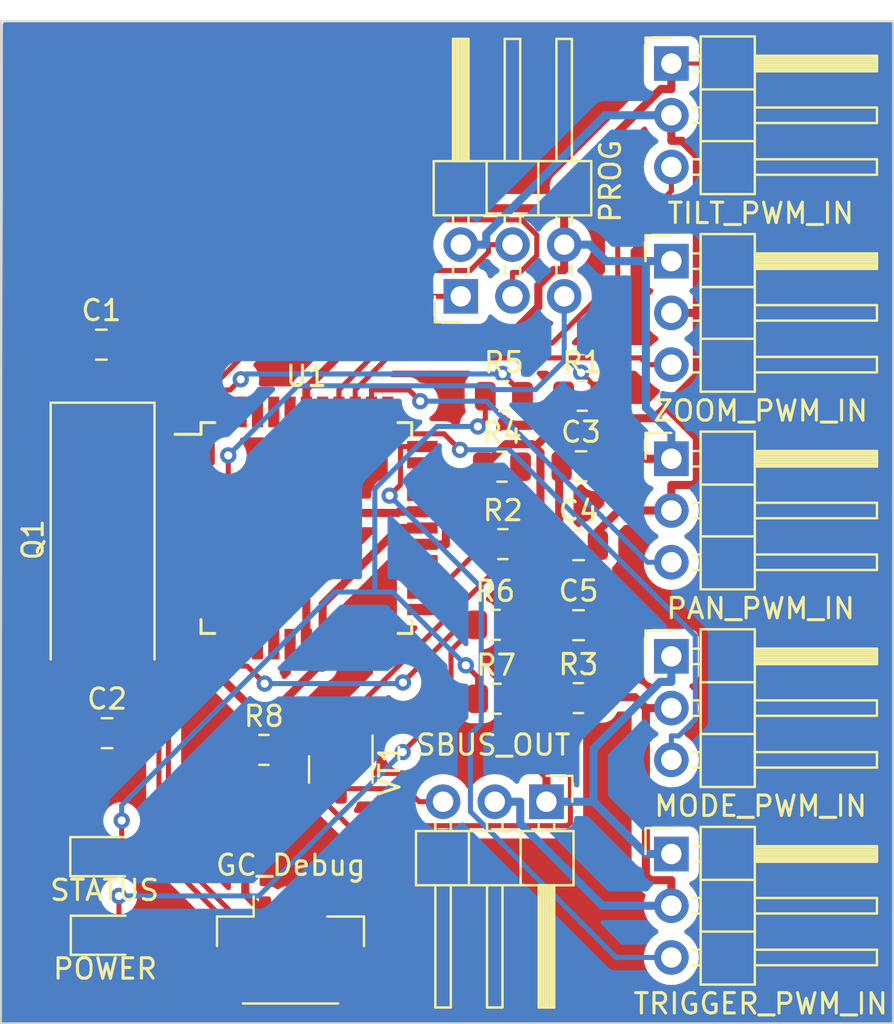
<source format=kicad_pcb>
(kicad_pcb (version 20240108) (generator "pcbnew") (generator_version "8.0")
  (layers (0 "F.Cu" signal) (31 "B.Cu" signal) (34 "B.Paste" user) (35 "F.Paste" user) (36 "B.SilkS" user "B.Silkscreen") (37 "F.SilkS" user "F.Silkscreen") (38 "B.Mask" user) (39 "F.Mask" user) (44 "Edge.Cuts" user))
  (net 0 "")
  (net 1 "Net-(U1-XTAL2)")
  (net 2 "Net-(U1-XTAL1)")
  (net 3 "VCC")
  (net 4 "MISO")
  (net 5 "SCK")
  (net 6 "MOSI")
  (net 7 "RST")
  (net 8 "GC_DBG_TX")
  (net 9 "GC_DBG_RX")
  (net 10 "SBUS_OUT")
  (net 11 "TILT_PWM")
  (net 12 "ZOOM_PWM")
  (net 13 "PAN_PWM")
  (net 14 "MODE_PWM")
  (net 15 "TRIGGER_PWM")
  (net 16 "Net-(D1-A)")
  (net 17 "Net-(D2-A)")
  (net 18 "Net-(VT1-B)")
  (net 19 "Net-(U1-PD3)")
  (net 20 "Net-(VT1-E)")
  (net 21 "Net-(U1-PB4)")
  (net 42 "GND")
  (footprint "Resistor_SMD:R_0805_2012Metric" (layer "F.Cu") (at 87.1425 115.74)
    (property "Reference" "R8" (at 0 -1.65 0) (layer "F.SilkS"))
    (property "Value" "10K")
    (pad "1" smd roundrect (at -0.9125 0) (size 1.025 1.4) (layers "F.Cu" "F.Paste" "F.Mask") (roundrect_rratio 0.243902) (net 42 "GND"))
    (pad "2" smd roundrect (at 0.9125 0) (size 1.025 1.4) (layers "F.Cu" "F.Paste" "F.Mask") (roundrect_rratio 0.243902) (net 10 "SBUS_OUT"))
  )
  (footprint "Capacitor_SMD:C_0805_2012Metric" (layer "F.Cu") (at 79.16 95.85)
    (property "Reference" "C1" (at 0 -1.68 0) (layer "F.SilkS"))
    (property "Value" "22pF")
    (pad "1" smd roundrect (at -0.95 0) (size 1 1.45) (layers "F.Cu" "F.Paste" "F.Mask") (net 1 "Net-(U1-XTAL2)"))
    (pad "2" smd roundrect (at 0.95 0) (size 1 1.45) (layers "F.Cu" "F.Paste" "F.Mask") (net 42 "GND"))
  )
  (footprint "Resistor_SMD:R_0805_2012Metric" (layer "F.Cu") (at 102.5925 113.2)
    (property "Reference" "R3" (at 0 -1.65 0) (layer "F.SilkS"))
    (property "Value" "10")
    (pad "1" smd roundrect (at -0.9125 0) (size 1.025 1.4) (layers "F.Cu" "F.Paste" "F.Mask") (roundrect_rratio 0.243902) (net 20 "Net-(VT1-E)"))
    (pad "2" smd roundrect (at 0.9125 0) (size 1.025 1.4) (layers "F.Cu" "F.Paste" "F.Mask") (roundrect_rratio 0.243902) (net 3 "VCC"))
  )
  (footprint "Crystal:Crystal_SMD_HC49-SD" (layer "F.Cu") (at 79.22 105.4 -90)
    (property "Reference" "Q1" (at 0.02 3.42 90) (layer "F.SilkS"))
    (property "Value" "16MHz")
    (pad "1" smd rect (at -4.25 0 270) (size 4.5 2) (layers "F.Cu" "F.Paste" "F.Mask") (net 1 "Net-(U1-XTAL2)"))
    (pad "2" smd rect (at 4.25 0 270) (size 4.5 2) (layers "F.Cu" "F.Paste" "F.Mask") (net 2 "Net-(U1-XTAL1)"))
  )
  (footprint "Resistor_SMD:R_0805_2012Metric" (layer "F.Cu") (at 98.8825 105.64)
    (property "Reference" "R2" (at 0 -1.65 0) (layer "F.SilkS"))
    (property "Value" "470")
    (pad "1" smd roundrect (at -0.9125 0) (size 1.025 1.4) (layers "F.Cu" "F.Paste" "F.Mask") (roundrect_rratio 0.243902) (net 18 "Net-(VT1-B)"))
    (pad "2" smd roundrect (at 0.9125 0) (size 1.025 1.4) (layers "F.Cu" "F.Paste" "F.Mask") (roundrect_rratio 0.243902) (net 19 "Net-(U1-PD3)"))
  )
  (footprint "Capacitor_SMD:C_0805_2012Metric" (layer "F.Cu") (at 102.6 105.69)
    (property "Reference" "C4" (at 0 -1.68 0) (layer "F.SilkS"))
    (property "Value" "0.1uF")
    (pad "1" smd roundrect (at -0.95 0) (size 1 1.45) (layers "F.Cu" "F.Paste" "F.Mask") (net 42 "GND"))
    (pad "2" smd roundrect (at 0.95 0) (size 1 1.45) (layers "F.Cu" "F.Paste" "F.Mask") (net 3 "VCC"))
  )
  (footprint "Resistor_SMD:R_0805_2012Metric" (layer "F.Cu") (at 98.5075 109.6)
    (property "Reference" "R6" (at 0 -1.65 0) (layer "F.SilkS"))
    (property "Value" "470")
    (pad "1" smd roundrect (at -0.9125 0) (size 1.025 1.4) (layers "F.Cu" "F.Paste" "F.Mask") (roundrect_rratio 0.243902) (net 17 "Net-(D2-A)"))
    (pad "2" smd roundrect (at 0.9125 0) (size 1.025 1.4) (layers "F.Cu" "F.Paste" "F.Mask") (roundrect_rratio 0.243902) (net 3 "VCC"))
  )
  (footprint "Capacitor_SMD:C_0805_2012Metric" (layer "F.Cu") (at 102.6 109.62)
    (property "Reference" "C5" (at 0 -1.68 0) (layer "F.SilkS"))
    (property "Value" "0.1uF")
    (pad "1" smd roundrect (at -0.95 0) (size 1 1.45) (layers "F.Cu" "F.Paste" "F.Mask") (net 42 "GND"))
    (pad "2" smd roundrect (at 0.95 0) (size 1 1.45) (layers "F.Cu" "F.Paste" "F.Mask") (net 3 "VCC"))
  )
  (footprint "Capacitor_SMD:C_0805_2012Metric" (layer "F.Cu") (at 79.44 114.92)
    (property "Reference" "C2" (at 0 -1.68 0) (layer "F.SilkS"))
    (property "Value" "22pF")
    (pad "1" smd roundrect (at -0.95 0) (size 1 1.45) (layers "F.Cu" "F.Paste" "F.Mask") (net 2 "Net-(U1-XTAL1)"))
    (pad "2" smd roundrect (at 0.95 0) (size 1 1.45) (layers "F.Cu" "F.Paste" "F.Mask") (net 42 "GND"))
  )
  (footprint "Resistor_SMD:R_0805_2012Metric" (layer "F.Cu") (at 98.84 101.84)
    (property "Reference" "R4" (at 0 -1.65 0) (layer "F.SilkS"))
    (property "Value" "10K")
    (pad "1" smd roundrect (at -0.9125 0) (size 1.025 1.4) (layers "F.Cu" "F.Paste" "F.Mask") (roundrect_rratio 0.243902) (net 3 "VCC"))
    (pad "2" smd roundrect (at 0.9125 0) (size 1.025 1.4) (layers "F.Cu" "F.Paste" "F.Mask") (roundrect_rratio 0.243902) (net 18 "Net-(VT1-B)"))
  )
  (footprint "Resistor_SMD:R_0805_2012Metric" (layer "F.Cu") (at 98.5525 113.23)
    (property "Reference" "R7" (at 0 -1.65 0) (layer "F.SilkS"))
    (property "Value" "10K")
    (pad "1" smd roundrect (at -0.9125 0) (size 1.025 1.4) (layers "F.Cu" "F.Paste" "F.Mask") (roundrect_rratio 0.243902) (net 16 "Net-(D1-A)"))
    (pad "2" smd roundrect (at 0.9125 0) (size 1.025 1.4) (layers "F.Cu" "F.Paste" "F.Mask") (roundrect_rratio 0.243902) (net 42 "GND"))
  )
  (footprint "Connector_PinHeader_2.54mm:PinHeader_1x03_P2.54mm_Horizontal" (layer "F.Cu") (at 107.16 91.75)
    (property "Reference" "Conn5")
    (property "Value" "ZOOM_PWM_IN" (at 4.385 7.35 0) (layer "F.SilkS"))
    (pad "1" thru_hole rect (at 0 0) (size 1.7 1.7) (drill 1) (layers "*.Cu" "*.Mask") (net 42 "GND"))
    (pad "2" thru_hole oval (at 0 2.54) (size 1.7 1.7) (drill 1) (layers "*.Cu" "*.Mask") (net 3 "VCC"))
    (pad "3" thru_hole oval (at 0 5.08) (size 1.7 1.7) (drill 1) (layers "*.Cu" "*.Mask") (net 12 "ZOOM_PWM"))
  )
  (footprint "Connector_PinHeader_2.54mm:PinHeader_2x03_P2.54mm_Horizontal" (layer "F.Cu") (at 96.815 93.48 90)
    (property "Reference" "Conn1")
    (property "Value" "PROG" (at 5.655 7.35 90) (layer "F.SilkS"))
    (pad "1" thru_hole rect (at 0 0 90) (size 1.7 1.7) (drill 1) (layers "*.Cu" "*.Mask") (net 4 "MISO"))
    (pad "2" thru_hole oval (at 2.54 0 90) (size 1.7 1.7) (drill 1) (layers "*.Cu" "*.Mask") (net 3 "VCC"))
    (pad "3" thru_hole oval (at 0 2.54 90) (size 1.7 1.7) (drill 1) (layers "*.Cu" "*.Mask") (net 5 "SCK"))
    (pad "4" thru_hole oval (at 2.54 2.54 90) (size 1.7 1.7) (drill 1) (layers "*.Cu" "*.Mask") (net 6 "MOSI"))
    (pad "5" thru_hole oval (at 0 5.08 90) (size 1.7 1.7) (drill 1) (layers "*.Cu" "*.Mask") (net 7 "RST"))
    (pad "6" thru_hole oval (at 2.54 5.08 90) (size 1.7 1.7) (drill 1) (layers "*.Cu" "*.Mask") (net 42 "GND"))
  )
  (footprint "LED_SMD:LED_0805_2012Metric" (layer "F.Cu") (at 79.3175 120.98)
    (property "Reference" "D1")
    (property "Value" "STATUS" (at 0 1.65 0) (layer "F.SilkS"))
    (pad "1" smd roundrect (at -0.9375 0) (size 0.975 1.4) (layers "F.Cu" "F.Paste" "F.Mask") (net 42 "GND"))
    (pad "2" smd roundrect (at 0.9375 0) (size 0.975 1.4) (layers "F.Cu" "F.Paste" "F.Mask") (net 16 "Net-(D1-A)"))
  )
  (footprint "Package_QFP:TQFP-44_10x10mm_P0.8mm" (layer "F.Cu") (at 89.23 104.85)
    (property "Reference" "U1" (at 0 -7.45 0) (layer "F.SilkS"))
    (property "Value" "ATmega644P-20A")
    (pad "1" smd rect (at -5.7 -4) (size 1.5 0.55) (layers "F.Cu" "F.Paste" "F.Mask") (net 6 "MOSI"))
    (pad "2" smd rect (at -5.7 -3.2) (size 1.5 0.55) (layers "F.Cu" "F.Paste" "F.Mask") (net 4 "MISO"))
    (pad "3" smd rect (at -5.7 -2.4) (size 1.5 0.55) (layers "F.Cu" "F.Paste" "F.Mask") (net 5 "SCK"))
    (pad "4" smd rect (at -5.7 -1.6) (size 1.5 0.55) (layers "F.Cu" "F.Paste" "F.Mask") (net 7 "RST"))
    (pad "5" smd rect (at -5.7 -0.8) (size 1.5 0.55) (layers "F.Cu" "F.Paste" "F.Mask") (net 3 "VCC"))
    (pad "6" smd rect (at -5.7 0) (size 1.5 0.55) (layers "F.Cu" "F.Paste" "F.Mask") (net 42 "GND"))
    (pad "7" smd rect (at -5.7 0.8) (size 1.5 0.55) (layers "F.Cu" "F.Paste" "F.Mask") (net 1 "Net-(U1-XTAL2)"))
    (pad "8" smd rect (at -5.7 1.6) (size 1.5 0.55) (layers "F.Cu" "F.Paste" "F.Mask") (net 2 "Net-(U1-XTAL1)"))
    (pad "9" smd rect (at -5.7 2.4) (size 1.5 0.55) (layers "F.Cu" "F.Paste" "F.Mask") (net 9 "GC_DBG_RX"))
    (pad "10" smd rect (at -5.7 3.2) (size 1.5 0.55) (layers "F.Cu" "F.Paste" "F.Mask") (net 8 "GC_DBG_TX"))
    (pad "11" smd rect (at -5.7 4) (size 1.5 0.55) (layers "F.Cu" "F.Paste" "F.Mask"))
    (pad "12" smd rect (at -4 5.7 90) (size 1.5 0.55) (layers "F.Cu" "F.Paste" "F.Mask") (net 19 "Net-(U1-PD3)"))
    (pad "13" smd rect (at -3.2 5.7 90) (size 1.5 0.55) (layers "F.Cu" "F.Paste" "F.Mask"))
    (pad "14" smd rect (at -2.4 5.7 90) (size 1.5 0.55) (layers "F.Cu" "F.Paste" "F.Mask"))
    (pad "15" smd rect (at -1.6 5.7 90) (size 1.5 0.55) (layers "F.Cu" "F.Paste" "F.Mask"))
    (pad "16" smd rect (at -0.8 5.7 90) (size 1.5 0.55) (layers "F.Cu" "F.Paste" "F.Mask"))
    (pad "17" smd rect (at 0 5.7 90) (size 1.5 0.55) (layers "F.Cu" "F.Paste" "F.Mask") (net 3 "VCC"))
    (pad "18" smd rect (at 0.8 5.7 90) (size 1.5 0.55) (layers "F.Cu" "F.Paste" "F.Mask") (net 42 "GND"))
    (pad "19" smd rect (at 1.6 5.7 90) (size 1.5 0.55) (layers "F.Cu" "F.Paste" "F.Mask"))
    (pad "20" smd rect (at 2.4 5.7 90) (size 1.5 0.55) (layers "F.Cu" "F.Paste" "F.Mask"))
    (pad "21" smd rect (at 3.2 5.7 90) (size 1.5 0.55) (layers "F.Cu" "F.Paste" "F.Mask"))
    (pad "22" smd rect (at 4 5.7 90) (size 1.5 0.55) (layers "F.Cu" "F.Paste" "F.Mask"))
    (pad "23" smd rect (at 5.7 4) (size 1.5 0.55) (layers "F.Cu" "F.Paste" "F.Mask"))
    (pad "24" smd rect (at 5.7 3.2) (size 1.5 0.55) (layers "F.Cu" "F.Paste" "F.Mask"))
    (pad "25" smd rect (at 5.7 2.4) (size 1.5 0.55) (layers "F.Cu" "F.Paste" "F.Mask"))
    (pad "26" smd rect (at 5.7 1.6) (size 1.5 0.55) (layers "F.Cu" "F.Paste" "F.Mask"))
    (pad "27" smd rect (at 5.7 0.8) (size 1.5 0.55) (layers "F.Cu" "F.Paste" "F.Mask") (net 3 "VCC"))
    (pad "28" smd rect (at 5.7 0) (size 1.5 0.55) (layers "F.Cu" "F.Paste" "F.Mask") (net 42 "GND"))
    (pad "29" smd rect (at 5.7 -0.8) (size 1.5 0.55) (layers "F.Cu" "F.Paste" "F.Mask") (net 3 "VCC"))
    (pad "30" smd rect (at 5.7 -1.6) (size 1.5 0.55) (layers "F.Cu" "F.Paste" "F.Mask"))
    (pad "31" smd rect (at 5.7 -2.4) (size 1.5 0.55) (layers "F.Cu" "F.Paste" "F.Mask"))
    (pad "32" smd rect (at 5.7 -3.2) (size 1.5 0.55) (layers "F.Cu" "F.Paste" "F.Mask"))
    (pad "33" smd rect (at 5.7 -4) (size 1.5 0.55) (layers "F.Cu" "F.Paste" "F.Mask") (net 15 "TRIGGER_PWM"))
    (pad "34" smd rect (at 4 -5.7 90) (size 1.5 0.55) (layers "F.Cu" "F.Paste" "F.Mask") (net 14 "MODE_PWM"))
    (pad "35" smd rect (at 3.2 -5.7 90) (size 1.5 0.55) (layers "F.Cu" "F.Paste" "F.Mask") (net 13 "PAN_PWM"))
    (pad "36" smd rect (at 2.4 -5.7 90) (size 1.5 0.55) (layers "F.Cu" "F.Paste" "F.Mask") (net 12 "ZOOM_PWM"))
    (pad "37" smd rect (at 1.6 -5.7 90) (size 1.5 0.55) (layers "F.Cu" "F.Paste" "F.Mask") (net 11 "TILT_PWM"))
    (pad "38" smd rect (at 0.8 -5.7 90) (size 1.5 0.55) (layers "F.Cu" "F.Paste" "F.Mask") (net 3 "VCC"))
    (pad "39" smd rect (at 0 -5.7 90) (size 1.5 0.55) (layers "F.Cu" "F.Paste" "F.Mask") (net 42 "GND"))
    (pad "40" smd rect (at -0.8 -5.7 90) (size 1.5 0.55) (layers "F.Cu" "F.Paste" "F.Mask"))
    (pad "41" smd rect (at -1.6 -5.7 90) (size 1.5 0.55) (layers "F.Cu" "F.Paste" "F.Mask"))
    (pad "42" smd rect (at -2.4 -5.7 90) (size 1.5 0.55) (layers "F.Cu" "F.Paste" "F.Mask"))
    (pad "43" smd rect (at -3.2 -5.7 90) (size 1.5 0.55) (layers "F.Cu" "F.Paste" "F.Mask"))
    (pad "44" smd rect (at -4 -5.7 90) (size 1.5 0.55) (layers "F.Cu" "F.Paste" "F.Mask") (net 21 "Net-(U1-PB4)"))
  )
  (footprint "Connector_PinHeader_2.54mm:PinHeader_1x03_P2.54mm_Horizontal" (layer "F.Cu") (at 107.16 82.05)
    (property "Reference" "Conn4")
    (property "Value" "TILT_PWM_IN" (at 4.385 7.35 0) (layer "F.SilkS"))
    (pad "1" thru_hole rect (at 0 0) (size 1.7 1.7) (drill 1) (layers "*.Cu" "*.Mask") (net 42 "GND"))
    (pad "2" thru_hole oval (at 0 2.54) (size 1.7 1.7) (drill 1) (layers "*.Cu" "*.Mask") (net 3 "VCC"))
    (pad "3" thru_hole oval (at 0 5.08) (size 1.7 1.7) (drill 1) (layers "*.Cu" "*.Mask") (net 11 "TILT_PWM"))
  )
  (footprint "Connector_JST:JST_GH_SM03B-GHS-TB_1x03-1MP_P1.25mm_Horizontal" (layer "F.Cu") (at 88.45 125.63)
    (property "Reference" "Conn2")
    (property "Value" "GC_Debug" (at 0.01 -4.23 0) (layer "F.SilkS"))
    (pad "1" smd roundrect (at -1.25 -1.85) (size 0.6 1.7) (layers "F.Cu" "F.Paste" "F.Mask") (net 42 "GND"))
    (pad "2" smd roundrect (at 0 -1.85) (size 0.6 1.7) (layers "F.Cu" "F.Paste" "F.Mask") (net 8 "GC_DBG_TX"))
    (pad "3" smd roundrect (at 1.25 -1.85) (size 0.6 1.7) (layers "F.Cu" "F.Paste" "F.Mask") (net 9 "GC_DBG_RX"))
    (pad "MP1" smd roundrect (at -3.1 1.35) (size 1 2.7) (layers "F.Cu" "F.Paste" "F.Mask"))
    (pad "MP2" smd roundrect (at 3.1 1.35) (size 1 2.7) (layers "F.Cu" "F.Paste" "F.Mask"))
  )
  (footprint "LED_SMD:LED_0805_2012Metric" (layer "F.Cu") (at 79.3425 124.84)
    (property "Reference" "D2")
    (property "Value" "POWER" (at 0 1.65 0) (layer "F.SilkS"))
    (pad "1" smd roundrect (at -0.9375 0) (size 0.975 1.4) (layers "F.Cu" "F.Paste" "F.Mask") (net 42 "GND"))
    (pad "2" smd roundrect (at 0.9375 0) (size 0.975 1.4) (layers "F.Cu" "F.Paste" "F.Mask") (net 17 "Net-(D2-A)"))
  )
  (footprint "Connector_PinHeader_2.54mm:PinHeader_1x03_P2.54mm_Horizontal" (layer "F.Cu") (at 101.025 118.285 -90)
    (property "Reference" "Conn3")
    (property "Value" "SBUS_OUT" (at -2.785 2.615 0) (layer "F.SilkS"))
    (pad "1" thru_hole rect (at 0 0 270) (size 1.7 1.7) (drill 1) (layers "*.Cu" "*.Mask") (net 42 "GND"))
    (pad "2" thru_hole oval (at 0 2.54 270) (size 1.7 1.7) (drill 1) (layers "*.Cu" "*.Mask") (net 3 "VCC"))
    (pad "3" thru_hole oval (at 0 5.08 270) (size 1.7 1.7) (drill 1) (layers "*.Cu" "*.Mask") (net 10 "SBUS_OUT"))
  )
  (footprint "Capacitor_SMD:C_0805_2012Metric" (layer "F.Cu") (at 102.72 101.82)
    (property "Reference" "C3" (at 0 -1.68 0) (layer "F.SilkS"))
    (property "Value" "0.1uF")
    (pad "1" smd roundrect (at -0.95 0) (size 1 1.45) (layers "F.Cu" "F.Paste" "F.Mask") (net 42 "GND"))
    (pad "2" smd roundrect (at 0.95 0) (size 1 1.45) (layers "F.Cu" "F.Paste" "F.Mask") (net 3 "VCC"))
  )
  (footprint "Package_TO_SOT_SMD:SOT-23" (layer "F.Cu") (at 90.92 116.7075 -90)
    (property "Reference" "VT1" (at 0 -2.4 90) (layer "F.SilkS"))
    (property "Value" "MMBTA92")
    (pad "1" smd roundrect (at -0.9375 -0.95 270) (size 1.475 0.6) (layers "F.Cu" "F.Paste" "F.Mask") (net 18 "Net-(VT1-B)"))
    (pad "2" smd roundrect (at -0.9375 0.95 270) (size 1.475 0.6) (layers "F.Cu" "F.Paste" "F.Mask") (net 20 "Net-(VT1-E)"))
    (pad "3" smd roundrect (at 0.9375 0 270) (size 1.475 0.6) (layers "F.Cu" "F.Paste" "F.Mask") (net 10 "SBUS_OUT"))
  )
  (footprint "Resistor_SMD:R_0805_2012Metric" (layer "F.Cu") (at 98.9325 98.38)
    (property "Reference" "R5" (at 0 -1.65 0) (layer "F.SilkS"))
    (property "Value" "470")
    (pad "1" smd roundrect (at -0.9125 0) (size 1.025 1.4) (layers "F.Cu" "F.Paste" "F.Mask") (roundrect_rratio 0.243902) (net 16 "Net-(D1-A)"))
    (pad "2" smd roundrect (at 0.9125 0) (size 1.025 1.4) (layers "F.Cu" "F.Paste" "F.Mask") (roundrect_rratio 0.243902) (net 21 "Net-(U1-PB4)"))
  )
  (footprint "Connector_PinHeader_2.54mm:PinHeader_1x03_P2.54mm_Horizontal" (layer "F.Cu") (at 107.16 111.15)
    (property "Reference" "Conn7")
    (property "Value" "MODE_PWM_IN" (at 4.385 7.35 0) (layer "F.SilkS"))
    (pad "1" thru_hole rect (at 0 0) (size 1.7 1.7) (drill 1) (layers "*.Cu" "*.Mask") (net 42 "GND"))
    (pad "2" thru_hole oval (at 0 2.54) (size 1.7 1.7) (drill 1) (layers "*.Cu" "*.Mask") (net 3 "VCC"))
    (pad "3" thru_hole oval (at 0 5.08) (size 1.7 1.7) (drill 1) (layers "*.Cu" "*.Mask") (net 14 "MODE_PWM"))
  )
  (footprint "Connector_PinHeader_2.54mm:PinHeader_1x03_P2.54mm_Horizontal" (layer "F.Cu") (at 107.16 101.45)
    (property "Reference" "Conn6")
    (property "Value" "PAN_PWM_IN" (at 4.385 7.35 0) (layer "F.SilkS"))
    (pad "1" thru_hole rect (at 0 0) (size 1.7 1.7) (drill 1) (layers "*.Cu" "*.Mask") (net 42 "GND"))
    (pad "2" thru_hole oval (at 0 2.54) (size 1.7 1.7) (drill 1) (layers "*.Cu" "*.Mask") (net 3 "VCC"))
    (pad "3" thru_hole oval (at 0 5.08) (size 1.7 1.7) (drill 1) (layers "*.Cu" "*.Mask") (net 13 "PAN_PWM"))
  )
  (footprint "Connector_PinHeader_2.54mm:PinHeader_1x03_P2.54mm_Horizontal" (layer "F.Cu") (at 107.16 120.85)
    (property "Reference" "Conn8")
    (property "Value" "TRIGGER_PWM_IN" (at 4.385 7.35 0) (layer "F.SilkS"))
    (pad "1" thru_hole rect (at 0 0) (size 1.7 1.7) (drill 1) (layers "*.Cu" "*.Mask") (net 42 "GND"))
    (pad "2" thru_hole oval (at 0 2.54) (size 1.7 1.7) (drill 1) (layers "*.Cu" "*.Mask") (net 3 "VCC"))
    (pad "3" thru_hole oval (at 0 5.08) (size 1.7 1.7) (drill 1) (layers "*.Cu" "*.Mask") (net 15 "TRIGGER_PWM"))
  )
  (footprint "Resistor_SMD:R_0805_2012Metric" (layer "F.Cu") (at 102.7825 98.36)
    (property "Reference" "R1" (at 0 -1.65 0) (layer "F.SilkS"))
    (property "Value" "10K")
    (pad "1" smd roundrect (at -0.9125 0) (size 1.025 1.4) (layers "F.Cu" "F.Paste" "F.Mask") (roundrect_rratio 0.243902) (net 3 "VCC"))
    (pad "2" smd roundrect (at 0.9125 0) (size 1.025 1.4) (layers "F.Cu" "F.Paste" "F.Mask") (roundrect_rratio 0.243902) (net 7 "RST"))
  )
  (gr_line (start 107.16 82.05) (end 109.82 82.05) (stroke (width 0.2)) (layer "F.Cu") (net 42))
  (gr_rect (start 74.23 79.98) (end 118.05 129.16) (stroke (width 0.1)) (fill none) (layer "Edge.Cuts"))
  (segment (start 79.22 99.8615) (end 79.22 98.5731) (width 0.25) (layer "F.Cu") (net 1))
  (segment (start 83.53 105.65) (end 81.1431 105.65) (width 0.25) (layer "F.Cu") (net 1))
  (segment (start 81.1431 105.65) (end 79.22 103.7269) (width 0.25) (layer "F.Cu") (net 1))
  (segment (start 79.22 101.15) (end 79.22 103.7269) (width 0.25) (layer "F.Cu") (net 1))
  (segment (start 78.21 97.5631) (end 78.21 95.85) (width 0.25) (layer "F.Cu") (net 1))
  (segment (start 79.22 98.5731) (end 78.21 97.5631) (width 0.25) (layer "F.Cu") (net 1))
  (segment (start 79.22 99.8615) (end 79.22 101.15) (width 0.25) (layer "F.Cu") (net 1))
  (segment (start 79.22 109.65) (end 79.22 114.19) (width 0.25) (layer "F.Cu") (net 2))
  (segment (start 79.22 114.19) (end 78.49 114.92) (width 0.25) (layer "F.Cu") (net 2))
  (segment (start 80.5469 108.3562) (end 80.5469 109.65) (width 0.25) (layer "F.Cu") (net 2))
  (segment (start 83.53 106.45) (end 82.4531 106.45) (width 0.25) (layer "F.Cu") (net 2))
  (segment (start 82.4531 106.45) (end 80.5469 108.3562) (width 0.25) (layer "F.Cu") (net 2))
  (segment (start 79.22 109.65) (end 80.5469 109.65) (width 0.25) (layer "F.Cu") (net 2))
  (segment (start 103.55 113.155) (end 103.505 113.2) (width 0.4) (layer "F.Cu") (net 3))
  (segment (start 90.2163 104.1115) (end 93.7166 104.1115) (width 0.4) (layer "F.Cu") (net 3))
  (segment (start 103.55 109.62) (end 103.55 113.155) (width 0.4) (layer "F.Cu") (net 3))
  (segment (start 100.458 100.8749) (end 100.3184 100.7354) (width 0.4) (layer "F.Cu") (net 3))
  (segment (start 108.4119 94.29) (end 108.4119 86.575) (width 0.4) (layer "F.Cu") (net 3))
  (segment (start 94.93 104.05) (end 95.931 104.05) (width 0.4) (layer "F.Cu") (net 3))
  (segment (start 108.4119 102.5548) (end 108.2286 102.7381) (width 0.4) (layer "F.Cu") (net 3))
  (segment (start 105.9081 113.6915) (end 105.9096 113.69) (width 0.4) (layer "F.Cu") (net 3))
  (segment (start 108.4119 100.4191) (end 108.4119 102.5548) (width 0.4) (layer "F.Cu") (net 3))
  (segment (start 107.16 94.29) (end 108.4119 94.29) (width 0.4) (layer "F.Cu") (net 3))
  (segment (start 106.3162 99.4629) (end 106.886 98.8931) (width 0.4) (layer "F.Cu") (net 3))
  (segment (start 89.4247 104.5305) (end 89.23 104.5305) (width 0.4) (layer "F.Cu") (net 3))
  (segment (start 100.3184 100.7354) (end 99.0321 100.7354) (width 0.4) (layer "F.Cu") (net 3))
  (segment (start 107.16 122.1381) (end 106.1428 122.1381) (width 0.4) (layer "F.Cu") (net 3))
  (segment (start 95.931 104.05) (end 96.0804 104.05) (width 0.4) (layer "F.Cu") (net 3))
  (segment (start 90.03 100.3019) (end 90.03 103.9252) (width 0.4) (layer "F.Cu") (net 3))
  (segment (start 99.0321 100.7354) (end 97.9275 101.84) (width 0.4) (layer "F.Cu") (net 3))
  (segment (start 93.7166 104.1115) (end 93.7781 104.05) (width 0.4) (layer "F.Cu") (net 3))
  (segment (start 90.03 103.9252) (end 90.2163 104.1115) (width 0.4) (layer "F.Cu") (net 3))
  (segment (start 108.2286 102.7381) (end 107.16 102.7381) (width 0.4) (layer "F.Cu") (net 3))
  (segment (start 97.9275 102.2044) (end 96.0819 104.05) (width 0.4) (layer "F.Cu") (net 3))
  (segment (start 108.4119 86.575) (end 107.6788 85.8419) (width 0.4) (layer "F.Cu") (net 3))
  (segment (start 103.55 113.155) (end 105.3731 113.155) (width 0.4) (layer "F.Cu") (net 3))
  (segment (start 90.03 103.9252) (end 89.4247 104.5305) (width 0.4) (layer "F.Cu") (net 3))
  (segment (start 107.16 123.39) (end 107.16 122.1381) (width 0.4) (layer "F.Cu") (net 3))
  (segment (start 96.0804 104.05) (end 96.0819 104.05) (width 0.4) (layer "F.Cu") (net 3))
  (segment (start 97.9275 101.84) (end 97.9275 102.2044) (width 0.4) (layer "F.Cu") (net 3))
  (segment (start 100.458 100.8749) (end 101.87 99.4629) (width 0.4) (layer "F.Cu") (net 3))
  (segment (start 90.03 99.15) (end 90.03 100.3019) (width 0.4) (layer "F.Cu") (net 3))
  (segment (start 101.87 99.4629) (end 106.3162 99.4629) (width 0.4) (layer "F.Cu") (net 3))
  (segment (start 100.7288 101.1458) (end 100.458 100.8749) (width 0.4) (layer "F.Cu") (net 3))
  (segment (start 94.93 104.05) (end 93.7781 104.05) (width 0.4) (layer "F.Cu") (net 3))
  (segment (start 94.93 105.65) (end 96.0819 105.65) (width 0.4) (layer "F.Cu") (net 3))
  (segment (start 107.16 103.99) (end 105.9081 103.99) (width 0.4) (layer "F.Cu") (net 3))
  (segment (start 101.87 98.36) (end 101.87 99.4629) (width 0.4) (layer "F.Cu") (net 3))
  (segment (start 107.6788 85.8419) (end 107.16 85.8419) (width 0.4) (layer "F.Cu") (net 3))
  (segment (start 105.9081 121.9034) (end 105.9081 113.6915) (width 0.4) (layer "F.Cu") (net 3))
  (segment (start 100.7288 108.2912) (end 100.7288 101.1458) (width 0.4) (layer "F.Cu") (net 3))
  (segment (start 104.5756 102.7256) (end 103.67 101.82) (width 0.4) (layer "F.Cu") (net 3))
  (segment (start 106.1428 122.1381) (end 105.9081 121.9034) (width 0.4) (layer "F.Cu") (net 3))
  (segment (start 107.16 113.69) (end 105.9096 113.69) (width 0.4) (layer "F.Cu") (net 3))
  (segment (start 104.5756 103.99) (end 105.9081 103.99) (width 0.4) (layer "F.Cu") (net 3))
  (segment (start 105.3731 113.155) (end 105.9081 113.69) (width 0.4) (layer "F.Cu") (net 3))
  (segment (start 107.16 84.59) (end 107.16 85.8419) (width 0.4) (layer "F.Cu") (net 3))
  (segment (start 103.55 105.69) (end 103.55 105.0156) (width 0.4) (layer "F.Cu") (net 3))
  (segment (start 107.16 103.99) (end 107.16 102.7381) (width 0.4) (layer "F.Cu") (net 3))
  (segment (start 89.23 104.5305) (end 89.23 110.55) (width 0.4) (layer "F.Cu") (net 3))
  (segment (start 89.23 104.5305) (end 85.1624 104.5305) (width 0.4) (layer "F.Cu") (net 3))
  (segment (start 105.9096 113.69) (end 105.9081 113.69) (width 0.4) (layer "F.Cu") (net 3))
  (segment (start 108.4119 97.3672) (end 108.4119 94.29) (width 0.4) (layer "F.Cu") (net 3))
  (segment (start 96.0819 105.65) (end 96.0819 104.0515) (width 0.4) (layer "F.Cu") (net 3))
  (segment (start 106.886 98.8931) (end 108.4119 97.3672) (width 0.4) (layer "F.Cu") (net 3))
  (segment (start 103.55 109.62) (end 103.55 105.69) (width 0.4) (layer "F.Cu") (net 3))
  (segment (start 103.55 105.0156) (end 104.5756 103.99) (width 0.4) (layer "F.Cu") (net 3))
  (segment (start 83.53 104.05) (end 84.6819 104.05) (width 0.4) (layer "F.Cu") (net 3))
  (segment (start 104.5756 103.99) (end 104.5756 102.7256) (width 0.4) (layer "F.Cu") (net 3))
  (segment (start 96.0819 104.0515) (end 96.0804 104.05) (width 0.4) (layer "F.Cu") (net 3))
  (segment (start 106.886 98.8931) (end 108.4119 100.4191) (width 0.4) (layer "F.Cu") (net 3))
  (segment (start 85.1624 104.5305) (end 84.6819 104.05) (width 0.4) (layer "F.Cu") (net 3))
  (segment (start 99.42 109.6) (end 100.7288 108.2912) (width 0.4) (layer "F.Cu") (net 3))
  (segment (start 107.16 123.39) (end 103.7733 123.39) (width 0.4) (layer "B.Cu") (net 3))
  (segment (start 96.815 90.94) (end 98.0669 90.94) (width 0.4) (layer "B.Cu") (net 3))
  (segment (start 103.8981 84.59) (end 98.0669 90.4212) (width 0.4) (layer "B.Cu") (net 3))
  (segment (start 98.485 118.285) (end 99.7369 118.285) (width 0.4) (layer "B.Cu") (net 3))
  (segment (start 98.0669 90.4212) (end 98.0669 90.94) (width 0.4) (layer "B.Cu") (net 3))
  (segment (start 99.7369 119.3536) (end 99.7369 118.285) (width 0.4) (layer "B.Cu") (net 3))
  (segment (start 107.16 84.59) (end 103.8981 84.59) (width 0.4) (layer "B.Cu") (net 3))
  (segment (start 103.7733 123.39) (end 99.7369 119.3536) (width 0.4) (layer "B.Cu") (net 3))
  (segment (start 83.53 101.65) (end 84.6069 101.65) (width 0.25) (layer "F.Cu") (net 4))
  (segment (start 84.6069 101.65) (end 84.6069 97.9217) (width 0.25) (layer "F.Cu") (net 4))
  (segment (start 84.6069 97.9217) (end 89.0486 93.48) (width 0.25) (layer "F.Cu") (net 4))
  (segment (start 89.0486 93.48) (end 96.815 93.48) (width 0.25) (layer "F.Cu") (net 4))
  (segment (start 99.355 93.48) (end 99.355 92.3031) (width 0.25) (layer "F.Cu") (net 5))
  (segment (start 99.7208 92.3031) (end 100.5456 91.4783) (width 0.25) (layer "F.Cu") (net 5))
  (segment (start 100.5456 90.4643) (end 99.8042 89.7229) (width 0.25) (layer "F.Cu") (net 5))
  (segment (start 99.355 92.3031) (end 99.7208 92.3031) (width 0.25) (layer "F.Cu") (net 5))
  (segment (start 99.8042 89.7229) (end 91.5209 89.7229) (width 0.25) (layer "F.Cu") (net 5))
  (segment (start 82.4531 98.7907) (end 82.4531 102.45) (width 0.25) (layer "F.Cu") (net 5))
  (segment (start 100.5456 91.4783) (end 100.5456 90.4643) (width 0.25) (layer "F.Cu") (net 5))
  (segment (start 91.5209 89.7229) (end 82.4531 98.7907) (width 0.25) (layer "F.Cu") (net 5))
  (segment (start 83.53 102.45) (end 82.4531 102.45) (width 0.25) (layer "F.Cu") (net 5))
  (segment (start 98.1781 91.3058) (end 98.1781 90.94) (width 0.25) (layer "F.Cu") (net 6))
  (segment (start 83.53 98.3562) (end 89.6761 92.2101) (width 0.25) (layer "F.Cu") (net 6))
  (segment (start 89.6761 92.2101) (end 97.2738 92.2101) (width 0.25) (layer "F.Cu") (net 6))
  (segment (start 99.355 90.94) (end 98.1781 90.94) (width 0.25) (layer "F.Cu") (net 6))
  (segment (start 97.2738 92.2101) (end 98.1781 91.3058) (width 0.25) (layer "F.Cu") (net 6))
  (segment (start 83.53 100.85) (end 83.53 98.3562) (width 0.25) (layer "F.Cu") (net 6))
  (segment (start 85.3934 102.4635) (end 85.3934 101.2852) (width 0.25) (layer "F.Cu") (net 7))
  (segment (start 103.695 98.1949) (end 103.695 98.36) (width 0.25) (layer "F.Cu") (net 7))
  (segment (start 83.53 103.25) (end 84.6069 103.25) (width 0.25) (layer "F.Cu") (net 7))
  (segment (start 102.7273 97.2272) (end 103.695 98.1949) (width 0.25) (layer "F.Cu") (net 7))
  (segment (start 84.6069 103.25) (end 85.3934 102.4635) (width 0.25) (layer "F.Cu") (net 7))
  (via (at 102.7273 97.2272) (size 0.8) (drill 0.4) (layers "F.Cu" "B.Cu") (net 7))
  (via (at 85.3934 101.2852) (size 0.8) (drill 0.4) (layers "F.Cu" "B.Cu") (net 7))
  (segment (start 88.8078 97.8708) (end 98.2651 97.8708) (width 0.25) (layer "B.Cu") (net 7))
  (segment (start 101.895 93.48) (end 101.895 96.6529) (width 0.25) (layer "B.Cu") (net 7))
  (segment (start 102.153 96.6529) (end 102.7273 97.2272) (width 0.25) (layer "B.Cu") (net 7))
  (segment (start 98.449 98.0547) (end 100.4932 98.0547) (width 0.25) (layer "B.Cu") (net 7))
  (segment (start 85.3934 101.2852) (end 88.8078 97.8708) (width 0.25) (layer "B.Cu") (net 7))
  (segment (start 98.2651 97.8708) (end 98.449 98.0547) (width 0.25) (layer "B.Cu") (net 7))
  (segment (start 100.4932 98.0547) (end 101.895 96.6529) (width 0.25) (layer "B.Cu") (net 7))
  (segment (start 101.895 96.6529) (end 102.153 96.6529) (width 0.25) (layer "B.Cu") (net 7))
  (segment (start 87.5694 124.9679) (end 86.804 124.9679) (width 0.25) (layer "F.Cu") (net 8))
  (segment (start 88.45 123.78) (end 88.45 124.0873) (width 0.25) (layer "F.Cu") (net 8))
  (segment (start 88.45 124.0873) (end 87.5694 124.9679) (width 0.25) (layer "F.Cu") (net 8))
  (segment (start 82.4531 120.617) (end 82.4531 108.05) (width 0.25) (layer "F.Cu") (net 8))
  (segment (start 86.804 124.9679) (end 82.4531 120.617) (width 0.25) (layer "F.Cu") (net 8))
  (segment (start 83.53 108.05) (end 82.4531 108.05) (width 0.25) (layer "F.Cu") (net 8))
  (segment (start 81.9882 107.7149) (end 81.9882 120.8617) (width 0.25) (layer "F.Cu") (net 9))
  (segment (start 89.7 124.1173) (end 89.7 123.78) (width 0.25) (layer "F.Cu") (net 9))
  (segment (start 86.5504 125.4239) (end 88.3934 125.4239) (width 0.25) (layer "F.Cu") (net 9))
  (segment (start 83.53 107.25) (end 82.4531 107.25) (width 0.25) (layer "F.Cu") (net 9))
  (segment (start 82.4531 107.25) (end 81.9882 107.7149) (width 0.25) (layer "F.Cu") (net 9))
  (segment (start 88.3934 125.4239) (end 89.7 124.1173) (width 0.25) (layer "F.Cu") (net 9))
  (segment (start 81.9882 120.8617) (end 86.5504 125.4239) (width 0.25) (layer "F.Cu") (net 9))
  (segment (start 95.945 118.285) (end 94.7681 118.285) (width 0.25) (layer "F.Cu") (net 10))
  (segment (start 89.1142 114.6808) (end 88.055 115.74) (width 0.25) (layer "F.Cu") (net 10))
  (segment (start 90.92 117.645) (end 90.92 115.2962) (width 0.25) (layer "F.Cu") (net 10))
  (segment (start 94.1281 117.645) (end 90.92 117.645) (width 0.25) (layer "F.Cu") (net 10))
  (segment (start 94.7681 118.285) (end 94.1281 117.645) (width 0.25) (layer "F.Cu") (net 10))
  (segment (start 90.92 115.2962) (end 90.3046 114.6808) (width 0.25) (layer "F.Cu") (net 10))
  (segment (start 90.3046 114.6808) (end 89.1142 114.6808) (width 0.25) (layer "F.Cu") (net 10))
  (segment (start 107.16 87.13) (end 107.16 88.3069) (width 0.25) (layer "F.Cu") (net 11))
  (segment (start 104.5275 90.9394) (end 107.16 88.3069) (width 0.25) (layer "F.Cu") (net 11))
  (segment (start 90.83 98.0731) (end 93.1315 95.7716) (width 0.25) (layer "F.Cu") (net 11))
  (segment (start 90.83 99.15) (end 90.83 98.0731) (width 0.25) (layer "F.Cu") (net 11))
  (segment (start 104.5275 92.5572) (end 104.5275 90.9394) (width 0.25) (layer "F.Cu") (net 11))
  (segment (start 93.1315 95.7716) (end 101.3131 95.7716) (width 0.25) (layer "F.Cu") (net 11))
  (segment (start 101.3131 95.7716) (end 104.5275 92.5572) (width 0.25) (layer "F.Cu") (net 11))
  (segment (start 107.16 96.83) (end 105.9831 96.83) (width 0.25) (layer "F.Cu") (net 12))
  (segment (start 105.9831 96.83) (end 105.6534 96.5003) (width 0.25) (layer "F.Cu") (net 12))
  (segment (start 91.63 99.15) (end 91.63 98.0731) (width 0.25) (layer "F.Cu") (net 12))
  (segment (start 105.6534 96.5003) (end 93.2028 96.5003) (width 0.25) (layer "F.Cu") (net 12))
  (segment (start 93.2028 96.5003) (end 91.63 98.0731) (width 0.25) (layer "F.Cu") (net 12))
  (segment (start 94.2712 98.0731) (end 94.8227 98.6246) (width 0.25) (layer "F.Cu") (net 13))
  (segment (start 92.43 98.0731) (end 94.2712 98.0731) (width 0.25) (layer "F.Cu") (net 13))
  (segment (start 92.43 99.15) (end 92.43 98.0731) (width 0.25) (layer "F.Cu") (net 13))
  (via (at 94.8227 98.6246) (size 0.8) (drill 0.4) (layers "F.Cu" "B.Cu") (net 13))
  (segment (start 98.0777 98.6246) (end 94.8227 98.6246) (width 0.25) (layer "B.Cu") (net 13))
  (segment (start 107.16 106.53) (end 105.9831 106.53) (width 0.25) (layer "B.Cu") (net 13))
  (segment (start 105.9831 106.53) (end 98.0777 98.6246) (width 0.25) (layer "B.Cu") (net 13))
  (segment (start 93.23 100.2269) (end 95.9932 100.2269) (width 0.25) (layer "F.Cu") (net 14))
  (segment (start 95.9932 100.2269) (end 96.7772 101.0109) (width 0.25) (layer "F.Cu") (net 14))
  (segment (start 93.23 99.15) (end 93.23 100.2269) (width 0.25) (layer "F.Cu") (net 14))
  (via (at 96.7772 101.0109) (size 0.8) (drill 0.4) (layers "F.Cu" "B.Cu") (net 14))
  (segment (start 108.3369 114.242) (end 107.5258 115.0531) (width 0.25) (layer "B.Cu") (net 14))
  (segment (start 107.5258 115.0531) (end 107.16 115.0531) (width 0.25) (layer "B.Cu") (net 14))
  (segment (start 108.3369 110.1387) (end 108.3369 114.242) (width 0.25) (layer "B.Cu") (net 14))
  (segment (start 96.7772 101.0109) (end 99.2091 101.0109) (width 0.25) (layer "B.Cu") (net 14))
  (segment (start 99.2091 101.0109) (end 108.3369 110.1387) (width 0.25) (layer "B.Cu") (net 14))
  (segment (start 107.16 116.23) (end 107.16 115.0531) (width 0.25) (layer "B.Cu") (net 14))
  (segment (start 94.93 100.85) (end 93.8531 100.85) (width 0.25) (layer "F.Cu") (net 15))
  (segment (start 93.8531 100.85) (end 93.8531 102.7241) (width 0.25) (layer "F.Cu") (net 15))
  (segment (start 93.8531 102.7241) (end 93.3186 103.2586) (width 0.25) (layer "F.Cu") (net 15))
  (via (at 93.3186 103.2586) (size 0.8) (drill 0.4) (layers "F.Cu" "B.Cu") (net 15))
  (segment (start 107.16 125.93) (end 104.451 125.93) (width 0.25) (layer "B.Cu") (net 15))
  (segment (start 97.2904 114.9761) (end 97.8181 114.4484) (width 0.25) (layer "B.Cu") (net 15))
  (segment (start 97.8181 107.7581) (end 93.3186 103.2586) (width 0.25) (layer "B.Cu") (net 15))
  (segment (start 97.2904 118.7694) (end 97.2904 114.9761) (width 0.25) (layer "B.Cu") (net 15))
  (segment (start 97.8181 114.4484) (end 97.8181 107.7581) (width 0.25) (layer "B.Cu") (net 15))
  (segment (start 104.451 125.93) (end 97.2904 118.7694) (width 0.25) (layer "B.Cu") (net 15))
  (segment (start 97.0637 111.5883) (end 97.64 112.1646) (width 0.25) (layer "F.Cu") (net 16))
  (segment (start 80.255 120.98) (end 80.1586 120.8836) (width 0.25) (layer "F.Cu") (net 16))
  (segment (start 97.64 112.1646) (end 97.64 113.23) (width 0.25) (layer "F.Cu") (net 16))
  (segment (start 80.1586 120.8836) (end 80.1586 119.207) (width 0.25) (layer "F.Cu") (net 16))
  (segment (start 98.02 99.4999) (end 98.02 98.38) (width 0.25) (layer "F.Cu") (net 16))
  (segment (start 97.6552 99.8647) (end 98.02 99.4999) (width 0.25) (layer "F.Cu") (net 16))
  (via (at 97.0637 111.5883) (size 0.8) (drill 0.4) (layers "F.Cu" "B.Cu") (net 16))
  (via (at 80.1586 119.207) (size 0.8) (drill 0.4) (layers "F.Cu" "B.Cu") (net 16))
  (via (at 97.6552 99.8647) (size 0.8) (drill 0.4) (layers "F.Cu" "B.Cu") (net 16))
  (segment (start 95.6531 99.8647) (end 97.6552 99.8647) (width 0.25) (layer "B.Cu") (net 16))
  (segment (start 92.5917 107.9903) (end 92.5917 102.9261) (width 0.25) (layer "B.Cu") (net 16))
  (segment (start 80.1586 118.4588) (end 80.1586 119.207) (width 0.25) (layer "B.Cu") (net 16))
  (segment (start 92.5917 102.9261) (end 95.6531 99.8647) (width 0.25) (layer "B.Cu") (net 16))
  (segment (start 93.4657 107.9903) (end 92.5917 107.9903) (width 0.25) (layer "B.Cu") (net 16))
  (segment (start 90.6271 107.9903) (end 80.1586 118.4588) (width 0.25) (layer "B.Cu") (net 16))
  (segment (start 92.5917 107.9903) (end 90.6271 107.9903) (width 0.25) (layer "B.Cu") (net 16))
  (segment (start 97.0637 111.5883) (end 93.4657 107.9903) (width 0.25) (layer "B.Cu") (net 16))
  (segment (start 97.595 109.6) (end 96.3368 110.8582) (width 0.25) (layer "F.Cu") (net 17))
  (segment (start 80.28 124.84) (end 80.0234 124.5834) (width 0.25) (layer "F.Cu") (net 17))
  (segment (start 96.3368 113.4715) (end 93.9614 115.8469) (width 0.25) (layer "F.Cu") (net 17))
  (segment (start 80.0234 124.5834) (end 80.0234 122.91) (width 0.25) (layer "F.Cu") (net 17))
  (segment (start 96.3368 110.8582) (end 96.3368 113.4715) (width 0.25) (layer "F.Cu") (net 17))
  (via (at 93.9614 115.8469) (size 0.8) (drill 0.4) (layers "F.Cu" "B.Cu") (net 17))
  (via (at 80.0234 122.91) (size 0.8) (drill 0.4) (layers "F.Cu" "B.Cu") (net 17))
  (segment (start 86.8983 122.91) (end 80.0234 122.91) (width 0.25) (layer "B.Cu") (net 17))
  (segment (start 93.9614 115.8469) (end 86.8983 122.91) (width 0.25) (layer "B.Cu") (net 17))
  (segment (start 97.97 105.64) (end 97.97 103.6225) (width 0.25) (layer "F.Cu") (net 18))
  (segment (start 97.97 103.6225) (end 99.7525 101.84) (width 0.25) (layer "F.Cu") (net 18))
  (segment (start 96.0069 109.3706) (end 96.0069 107.6031) (width 0.25) (layer "F.Cu") (net 18))
  (segment (start 96.0069 107.6031) (end 97.97 105.64) (width 0.25) (layer "F.Cu") (net 18))
  (segment (start 91.87 115.77) (end 91.87 113.5075) (width 0.25) (layer "F.Cu") (net 18))
  (segment (start 91.87 113.5075) (end 96.0069 109.3706) (width 0.25) (layer "F.Cu") (net 18))
  (segment (start 85.23 111.6269) (end 86.3208 111.6269) (width 0.25) (layer "F.Cu") (net 19))
  (segment (start 85.23 110.55) (end 85.23 111.6269) (width 0.25) (layer "F.Cu") (net 19))
  (segment (start 99.795 105.64) (end 96.6069 108.8281) (width 0.25) (layer "F.Cu") (net 19))
  (segment (start 96.6069 109.8001) (end 93.9744 112.4326) (width 0.25) (layer "F.Cu") (net 19))
  (segment (start 96.6069 108.8281) (end 96.6069 109.8001) (width 0.25) (layer "F.Cu") (net 19))
  (segment (start 86.3208 111.6269) (end 87.1804 112.4865) (width 0.25) (layer "F.Cu") (net 19))
  (via (at 93.9744 112.4326) (size 0.8) (drill 0.4) (layers "F.Cu" "B.Cu") (net 19))
  (via (at 87.1804 112.4865) (size 0.8) (drill 0.4) (layers "F.Cu" "B.Cu") (net 19))
  (segment (start 93.9205 112.4865) (end 93.9744 112.4326) (width 0.25) (layer "B.Cu") (net 19))
  (segment (start 87.1804 112.4865) (end 93.9205 112.4865) (width 0.25) (layer "B.Cu") (net 19))
  (segment (start 102.0522 119.4619) (end 102.2019 119.3122) (width 0.25) (layer "F.Cu") (net 20))
  (segment (start 89.97 118.1309) (end 91.301 119.4619) (width 0.25) (layer "F.Cu") (net 20))
  (segment (start 89.97 115.77) (end 89.97 118.1309) (width 0.25) (layer "F.Cu") (net 20))
  (segment (start 102.2019 119.3122) (end 102.2019 113.7219) (width 0.25) (layer "F.Cu") (net 20))
  (segment (start 102.2019 113.7219) (end 101.68 113.2) (width 0.25) (layer "F.Cu") (net 20))
  (segment (start 91.301 119.4619) (end 102.0522 119.4619) (width 0.25) (layer "F.Cu") (net 20))
  (segment (start 85.23 98.0731) (end 85.484 98.0731) (width 0.25) (layer "F.Cu") (net 21))
  (segment (start 99.845 98.2582) (end 99.845 98.38) (width 0.25) (layer "F.Cu") (net 21))
  (segment (start 85.484 98.0731) (end 86.0062 97.5509) (width 0.25) (layer "F.Cu") (net 21))
  (segment (start 98.8755 97.2887) (end 99.845 98.2582) (width 0.25) (layer "F.Cu") (net 21))
  (segment (start 85.23 99.15) (end 85.23 98.0731) (width 0.25) (layer "F.Cu") (net 21))
  (via (at 98.8755 97.2887) (size 0.8) (drill 0.4) (layers "F.Cu" "B.Cu") (net 21))
  (via (at 86.0062 97.5509) (size 0.8) (drill 0.4) (layers "F.Cu" "B.Cu") (net 21))
  (segment (start 86.2684 97.2887) (end 86.0062 97.5509) (width 0.25) (layer "B.Cu") (net 21))
  (segment (start 98.8755 97.2887) (end 86.2684 97.2887) (width 0.25) (layer "B.Cu") (net 21))
  (segment (start 87.144 114.3048) (end 89.7469 111.7019) (width 0.4) (layer "F.Cu") (net 42))
  (segment (start 99.4327 95.181) (end 100.625 93.9887) (width 0.4) (layer "F.Cu") (net 42))
  (segment (start 107.16 101.45) (end 105.9081 101.45) (width 0.4) (layer "F.Cu") (net 42))
  (segment (start 101.3762 92.1919) (end 101.895 92.1919) (width 0.4) (layer "F.Cu") (net 42))
  (segment (start 102.8979 100.6921) (end 101.77 101.82) (width 0.4) (layer "F.Cu") (net 42))
  (segment (start 77.2688 115.4419) (end 77.2688 95.1324) (width 0.4) (layer "F.Cu") (net 42))
  (segment (start 90.03 110.55) (end 90.03 111.7019) (width 0.4) (layer "F.Cu") (net 42))
  (segment (start 92.0471 95.181) (end 99.4327 95.181) (width 0.4) (layer "F.Cu") (net 42))
  (segment (start 90.3623 89.1559) (end 101.895 89.1559) (width 0.4) (layer "F.Cu") (net 42))
  (segment (start 87.144 114.826) (end 87.144 114.3048) (width 0.4) (layer "F.Cu") (net 42))
  (segment (start 101.895 89.1559) (end 101.895 90.94) (width 0.4) (layer "F.Cu") (net 42))
  (segment (start 84.5531 109.5269) (end 84.7063 109.3737) (width 0.4) (layer "F.Cu") (net 42))
  (segment (start 87.2 123.78) (end 86.23 122.81) (width 0.4) (layer "F.Cu") (net 42))
  (segment (start 81.8891 97.6291) (end 90.3623 89.1559) (width 0.4) (layer "F.Cu") (net 42))
  (segment (start 81.8891 97.6291) (end 80.11 95.85) (width 0.4) (layer "F.Cu") (net 42))
  (segment (start 100.625 92.9431) (end 101.3762 92.1919) (width 0.4) (layer "F.Cu") (net 42))
  (segment (start 78.38 116.93) (end 78.5685 116.7415) (width 0.4) (layer "F.Cu") (net 42))
  (segment (start 78.5685 116.7415) (end 80.39 114.92) (width 0.4) (layer "F.Cu") (net 42))
  (segment (start 84.7063 105.2328) (end 84.3235 104.85) (width 0.4) (layer "F.Cu") (net 42))
  (segment (start 101.77 101.82) (end 101.65 101.94) (width 0.4) (layer "F.Cu") (net 42))
  (segment (start 84.7063 109.3737) (end 84.7063 105.2328) (width 0.4) (layer "F.Cu") (net 42))
  (segment (start 77.685 94.7162) (end 78.9762 94.7162) (width 0.4) (layer "F.Cu") (net 42))
  (segment (start 101.025 117.0331) (end 99.465 115.4731) (width 0.4) (layer "F.Cu") (net 42))
  (segment (start 99.465 115.4731) (end 99.465 113.23) (width 0.4) (layer "F.Cu") (net 42))
  (segment (start 78.38 120.98) (end 78.38 116.93) (width 0.4) (layer "F.Cu") (net 42))
  (segment (start 87.144 114.3048) (end 84.5531 111.7139) (width 0.4) (layer "F.Cu") (net 42))
  (segment (start 84.3235 104.85) (end 83.53 104.85) (width 0.4) (layer "F.Cu") (net 42))
  (segment (start 84.5531 111.7139) (end 84.5531 109.5269) (width 0.4) (layer "F.Cu") (net 42))
  (segment (start 101.025 118.285) (end 101.025 117.0331) (width 0.4) (layer "F.Cu") (net 42))
  (segment (start 78.9762 94.7162) (end 80.11 95.85) (width 0.4) (layer "F.Cu") (net 42))
  (segment (start 101.65 101.94) (end 101.65 105.69) (width 0.4) (layer "F.Cu") (net 42))
  (segment (start 81.8891 104.361) (end 82.3781 104.85) (width 0.4) (layer "F.Cu") (net 42))
  (segment (start 101.65 111.045) (end 99.465 113.23) (width 0.4) (layer "F.Cu") (net 42))
  (segment (start 81.8891 97.6291) (end 81.8891 104.361) (width 0.4) (layer "F.Cu") (net 42))
  (segment (start 94.93 104.85) (end 93.7781 104.85) (width 0.4) (layer "F.Cu") (net 42))
  (segment (start 90.03 108.5981) (end 93.7781 104.85) (width 0.4) (layer "F.Cu") (net 42))
  (segment (start 83.53 104.85) (end 82.3781 104.85) (width 0.4) (layer "F.Cu") (net 42))
  (segment (start 107.16 82.05) (end 107.16 83.3019) (width 0.4) (layer "F.Cu") (net 42))
  (segment (start 101.65 105.69) (end 101.65 109.62) (width 0.4) (layer "F.Cu") (net 42))
  (segment (start 90.03 110.55) (end 90.03 108.5981) (width 0.4) (layer "F.Cu") (net 42))
  (segment (start 86.23 122.81) (end 86.23 115.74) (width 0.4) (layer "F.Cu") (net 42))
  (segment (start 89.23 97.9981) (end 92.0471 95.181) (width 0.4) (layer "F.Cu") (net 42))
  (segment (start 107.16 83.3019) (end 106.6421 83.3019) (width 0.4) (layer "F.Cu") (net 42))
  (segment (start 77.2688 95.1324) (end 77.685 94.7162) (width 0.4) (layer "F.Cu") (net 42))
  (segment (start 78.405 124.84) (end 78.38 124.815) (width 0.4) (layer "F.Cu") (net 42))
  (segment (start 101.65 109.62) (end 101.65 111.045) (width 0.4) (layer "F.Cu") (net 42))
  (segment (start 78.5685 116.7415) (end 77.2688 115.4419) (width 0.4) (layer "F.Cu") (net 42))
  (segment (start 100.625 93.9887) (end 100.625 92.9431) (width 0.4) (layer "F.Cu") (net 42))
  (segment (start 105.1502 100.6921) (end 102.8979 100.6921) (width 0.4) (layer "F.Cu") (net 42))
  (segment (start 101.895 88.049) (end 101.895 89.1559) (width 0.4) (layer "F.Cu") (net 42))
  (segment (start 86.23 115.74) (end 87.144 114.826) (width 0.4) (layer "F.Cu") (net 42))
  (segment (start 105.9081 101.45) (end 105.1502 100.6921) (width 0.4) (layer "F.Cu") (net 42))
  (segment (start 101.895 90.94) (end 101.895 92.1919) (width 0.4) (layer "F.Cu") (net 42))
  (segment (start 89.23 99.15) (end 89.23 97.9981) (width 0.4) (layer "F.Cu") (net 42))
  (segment (start 106.6421 83.3019) (end 101.895 88.049) (width 0.4) (layer "F.Cu") (net 42))
  (segment (start 78.38 124.815) (end 78.38 120.98) (width 0.4) (layer "F.Cu") (net 42))
  (segment (start 89.7469 111.7019) (end 90.03 111.7019) (width 0.4) (layer "F.Cu") (net 42))
  (segment (start 106.6123 112.4019) (end 103.3431 115.6711) (width 0.4) (layer "B.Cu") (net 42))
  (segment (start 103.9569 91.75) (end 103.1469 90.94) (width 0.4) (layer "B.Cu") (net 42))
  (segment (start 105.9081 98.9462) (end 105.9081 91.75) (width 0.4) (layer "B.Cu") (net 42))
  (segment (start 107.16 111.15) (end 107.16 112.4019) (width 0.4) (layer "B.Cu") (net 42))
  (segment (start 103.3431 118.285) (end 101.025 118.285) (width 0.4) (layer "B.Cu") (net 42))
  (segment (start 103.3431 115.6711) (end 103.3431 118.285) (width 0.4) (layer "B.Cu") (net 42))
  (segment (start 107.16 100.1981) (end 105.9081 98.9462) (width 0.4) (layer "B.Cu") (net 42))
  (segment (start 107.16 101.45) (end 107.16 100.1981) (width 0.4) (layer "B.Cu") (net 42))
  (segment (start 107.16 120.85) (end 105.9081 120.85) (width 0.4) (layer "B.Cu") (net 42))
  (segment (start 101.895 90.94) (end 103.1469 90.94) (width 0.4) (layer "B.Cu") (net 42))
  (segment (start 107.16 112.4019) (end 106.6123 112.4019) (width 0.4) (layer "B.Cu") (net 42))
  (segment (start 105.9081 120.85) (end 103.3431 118.285) (width 0.4) (layer "B.Cu") (net 42))
  (segment (start 105.9081 91.75) (end 103.9569 91.75) (width 0.4) (layer "B.Cu") (net 42))
  (segment (start 107.16 91.75) (end 105.9081 91.75) (width 0.4) (layer "B.Cu") (net 42))
  (zone (net 0) (net_name "") (layers "F&B.Cu") (connect_pads yes (clearance 0.5)) (min_thickness 0.25) (fill yes (thermal_gap 0.5) (thermal_bridge_width 0.5) (island_removal_mode 1) (island_area_min 10))
    (polygon (pts (xy 74.32 80.01) (xy 118.01 79.99) (xy 118 129.16) (xy 74.25 129.14)))
  )
)
</source>
